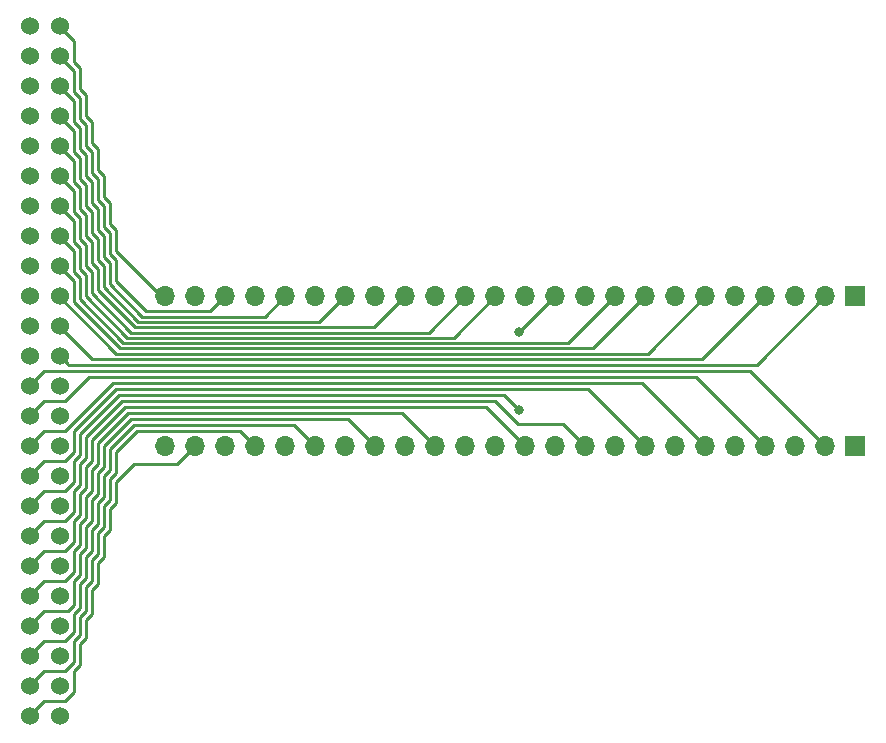
<source format=gbr>
%TF.GenerationSoftware,KiCad,Pcbnew,(6.0.6)*%
%TF.CreationDate,2022-09-05T21:43:04-07:00*%
%TF.ProjectId,core-bb,636f7265-2d62-4622-9e6b-696361645f70,rev?*%
%TF.SameCoordinates,Original*%
%TF.FileFunction,Copper,L2,Bot*%
%TF.FilePolarity,Positive*%
%FSLAX46Y46*%
G04 Gerber Fmt 4.6, Leading zero omitted, Abs format (unit mm)*
G04 Created by KiCad (PCBNEW (6.0.6)) date 2022-09-05 21:43:04*
%MOMM*%
%LPD*%
G01*
G04 APERTURE LIST*
%TA.AperFunction,ComponentPad*%
%ADD10C,1.524000*%
%TD*%
%TA.AperFunction,ComponentPad*%
%ADD11R,1.700000X1.700000*%
%TD*%
%TA.AperFunction,ComponentPad*%
%ADD12O,1.700000X1.700000*%
%TD*%
%TA.AperFunction,ViaPad*%
%ADD13C,0.800000*%
%TD*%
%TA.AperFunction,Conductor*%
%ADD14C,0.250000*%
%TD*%
G04 APERTURE END LIST*
D10*
%TO.P,U1,1,KEY_COL2*%
%TO.N,/KEY_COL2*%
X172720000Y-130810000D03*
%TO.P,U1,2,KEY_COL4*%
%TO.N,/KEY_COL4*%
X172720000Y-128270000D03*
%TO.P,U1,3,KEY_ROW5*%
%TO.N,/KEY_ROW5*%
X172720000Y-125730000D03*
%TO.P,U1,4,KEY_ROW3*%
%TO.N,/KEY_ROW3*%
X172720000Y-123190000D03*
%TO.P,U1,5,KEY_ROW1*%
%TO.N,/KEY_ROW1*%
X172720000Y-120650000D03*
%TO.P,U1,6,LED_SW_RED1*%
%TO.N,/LED_SW_RED1*%
X172720000Y-118110000D03*
%TO.P,U1,7,LED_SW_GREEN2*%
%TO.N,/LED_SW_GREEN2*%
X172720000Y-115570000D03*
%TO.P,U1,8,LED_SW_BLUE2*%
%TO.N,/LED_SW_BLUE2*%
X172720000Y-113030000D03*
%TO.P,U1,9,LED_CS1*%
%TO.N,/LED_CS1*%
X172720000Y-110490000D03*
%TO.P,U1,10,LED_CS3*%
%TO.N,/LED_CS3*%
X172720000Y-107950000D03*
%TO.P,U1,11,LED_CS5*%
%TO.N,/LED_CS5*%
X172720000Y-105410000D03*
%TO.P,U1,12,LED_CS7*%
%TO.N,/LED_CS7*%
X172720000Y-102870000D03*
%TO.P,U1,13,LED_CS9*%
%TO.N,/LED_CS9*%
X172720000Y-100330000D03*
%TO.P,U1,14,LED_CS11*%
%TO.N,/LED_CS11*%
X172720000Y-97790000D03*
%TO.P,U1,15,LED_CS13*%
%TO.N,/LED_CS13*%
X172720000Y-95250000D03*
%TO.P,U1,16,LED_CS15*%
%TO.N,/LED_CS15*%
X172720000Y-92710000D03*
%TO.P,U1,17,LED_SW_BLUE3*%
%TO.N,/LED_SW_BLUE3*%
X172720000Y-90170000D03*
%TO.P,U1,18,LED_SW_GREEN3*%
%TO.N,/LED_SW_GREEN3*%
X172720000Y-87630000D03*
%TO.P,U1,19,LED_SW_RED4*%
%TO.N,/LED_SW_RED4*%
X172720000Y-85090000D03*
%TO.P,U1,20,KEY_ROW6*%
%TO.N,/KEY_ROW6*%
X172720000Y-82550000D03*
%TO.P,U1,21,KEY_ROW8*%
%TO.N,/KEY_ROW8*%
X172720000Y-80010000D03*
%TO.P,U1,22,KEY_ROW10*%
%TO.N,/KEY_ROW10*%
X172720000Y-77470000D03*
%TO.P,U1,23,KEY_COL7*%
%TO.N,/KEY_COL7*%
X172720000Y-74930000D03*
%TO.P,U1,24,KEY_COL9*%
%TO.N,/KEY_COL9*%
X172720000Y-72390000D03*
%TO.P,U1,25,KEY_COL10*%
%TO.N,/KEY_COL10*%
X175260000Y-72390000D03*
%TO.P,U1,26,KEY_COL8*%
%TO.N,/KEY_COL8*%
X175260000Y-74930000D03*
%TO.P,U1,27,KEY_COL6*%
%TO.N,/KEY_COL6*%
X175260000Y-77470000D03*
%TO.P,U1,28,KEY_ROW9*%
%TO.N,/KEY_ROW9*%
X175260000Y-80010000D03*
%TO.P,U1,29,KEY_ROW7*%
%TO.N,/KEY_ROW7*%
X175260000Y-82550000D03*
%TO.P,U1,30,LED_SW_BLUE4*%
%TO.N,/LED_SW_BLUE4*%
X175260000Y-85090000D03*
%TO.P,U1,31,LED_SW_GREEN4*%
%TO.N,/LED_SW_GREEN4*%
X175260000Y-87630000D03*
%TO.P,U1,32,LED_SW_RED3*%
%TO.N,/LED_SW_RED3*%
X175260000Y-90170000D03*
%TO.P,U1,33,LED_CS16*%
%TO.N,/LED_CS16*%
X175260000Y-92710000D03*
%TO.P,U1,34,LED_CS14*%
%TO.N,/LED_CS14*%
X175260000Y-95250000D03*
%TO.P,U1,35,LED_CS12*%
%TO.N,/LED_CS12*%
X175260000Y-97790000D03*
%TO.P,U1,36,LED_CS10*%
%TO.N,/LED_CS10*%
X175260000Y-100330000D03*
%TO.P,U1,37,LED_CS8*%
%TO.N,/LED_CS8*%
X175260000Y-102870000D03*
%TO.P,U1,38,LED_CS6*%
%TO.N,/LED_CS6*%
X175260000Y-105410000D03*
%TO.P,U1,39,LED_CS4*%
%TO.N,/LED_CS4*%
X175260000Y-107950000D03*
%TO.P,U1,40,LED_CS2*%
%TO.N,/LED_CS2*%
X175260000Y-110490000D03*
%TO.P,U1,41,LED_SW_RED2*%
%TO.N,/LED_SW_RED2*%
X175260000Y-113030000D03*
%TO.P,U1,42,LED_SW_GREEN1*%
%TO.N,/LED_SW_GREEN1*%
X175260000Y-115570000D03*
%TO.P,U1,43,LED_SW_BLUE1*%
%TO.N,/LED_SW_BLUE1*%
X175260000Y-118110000D03*
%TO.P,U1,44,KEY_ROW2*%
%TO.N,/KEY_ROW2*%
X175260000Y-120650000D03*
%TO.P,U1,45,KEY_ROW4*%
%TO.N,/KEY_ROW4*%
X175260000Y-123190000D03*
%TO.P,U1,46,KEY_COL5*%
%TO.N,/KEY_COL5*%
X175260000Y-125730000D03*
%TO.P,U1,47,KEY_COL3*%
%TO.N,/KEY_COL3*%
X175260000Y-128270000D03*
%TO.P,U1,48,KEY_COL1*%
%TO.N,/KEY_COL1*%
X175260000Y-130810000D03*
%TD*%
D11*
%TO.P,J2,1,Pin_1*%
%TO.N,/LED_CS8*%
X242570000Y-107950000D03*
D12*
%TO.P,J2,2,Pin_2*%
%TO.N,/LED_CS7*%
X240030000Y-107950000D03*
%TO.P,J2,3,Pin_3*%
%TO.N,/LED_CS6*%
X237490000Y-107950000D03*
%TO.P,J2,4,Pin_4*%
%TO.N,/LED_CS5*%
X234950000Y-107950000D03*
%TO.P,J2,5,Pin_5*%
%TO.N,/LED_CS4*%
X232410000Y-107950000D03*
%TO.P,J2,6,Pin_6*%
%TO.N,/LED_CS3*%
X229870000Y-107950000D03*
%TO.P,J2,7,Pin_7*%
%TO.N,/LED_CS2*%
X227330000Y-107950000D03*
%TO.P,J2,8,Pin_8*%
%TO.N,/LED_CS1*%
X224790000Y-107950000D03*
%TO.P,J2,9,Pin_9*%
%TO.N,/LED_SW_RED2*%
X222250000Y-107950000D03*
%TO.P,J2,10,Pin_10*%
%TO.N,/LED_SW_GREEN2*%
X219710000Y-107950000D03*
%TO.P,J2,11,Pin_11*%
%TO.N,/LED_SW_BLUE2*%
X217170000Y-107950000D03*
%TO.P,J2,12,Pin_12*%
%TO.N,/LED_SW_RED1*%
X214630000Y-107950000D03*
%TO.P,J2,13,Pin_13*%
%TO.N,/LED_SW_GREEN1*%
X212090000Y-107950000D03*
%TO.P,J2,14,Pin_14*%
%TO.N,/LED_SW_BLUE1*%
X209550000Y-107950000D03*
%TO.P,J2,15,Pin_15*%
%TO.N,/KEY_ROW1*%
X207010000Y-107950000D03*
%TO.P,J2,16,Pin_16*%
%TO.N,/KEY_ROW2*%
X204470000Y-107950000D03*
%TO.P,J2,17,Pin_17*%
%TO.N,/KEY_ROW3*%
X201930000Y-107950000D03*
%TO.P,J2,18,Pin_18*%
%TO.N,/KEY_ROW4*%
X199390000Y-107950000D03*
%TO.P,J2,19,Pin_19*%
%TO.N,/KEY_ROW5*%
X196850000Y-107950000D03*
%TO.P,J2,20,Pin_20*%
%TO.N,/KEY_COL5*%
X194310000Y-107950000D03*
%TO.P,J2,21,Pin_21*%
%TO.N,/KEY_COL4*%
X191770000Y-107950000D03*
%TO.P,J2,22,Pin_22*%
%TO.N,/KEY_COL3*%
X189230000Y-107950000D03*
%TO.P,J2,23,Pin_23*%
%TO.N,/KEY_COL2*%
X186690000Y-107950000D03*
%TO.P,J2,24,Pin_24*%
%TO.N,/KEY_COL1*%
X184150000Y-107950000D03*
%TD*%
%TO.P,J1,24,Pin_24*%
%TO.N,/KEY_COL10*%
X184150000Y-95250000D03*
%TO.P,J1,23,Pin_23*%
%TO.N,/KEY_COL9*%
X186690000Y-95250000D03*
%TO.P,J1,22,Pin_22*%
%TO.N,/KEY_COL8*%
X189230000Y-95250000D03*
%TO.P,J1,21,Pin_21*%
%TO.N,/KEY_COL7*%
X191770000Y-95250000D03*
%TO.P,J1,20,Pin_20*%
%TO.N,/KEY_COL6*%
X194310000Y-95250000D03*
%TO.P,J1,19,Pin_19*%
%TO.N,/KEY_ROW10*%
X196850000Y-95250000D03*
%TO.P,J1,18,Pin_18*%
%TO.N,/KEY_ROW9*%
X199390000Y-95250000D03*
%TO.P,J1,17,Pin_17*%
%TO.N,/KEY_ROW8*%
X201930000Y-95250000D03*
%TO.P,J1,16,Pin_16*%
%TO.N,/KEY_ROW7*%
X204470000Y-95250000D03*
%TO.P,J1,15,Pin_15*%
%TO.N,/KEY_ROW6*%
X207010000Y-95250000D03*
%TO.P,J1,14,Pin_14*%
%TO.N,/LED_SW_BLUE4*%
X209550000Y-95250000D03*
%TO.P,J1,13,Pin_13*%
%TO.N,/LED_SW_GREEN4*%
X212090000Y-95250000D03*
%TO.P,J1,12,Pin_12*%
%TO.N,/LED_SW_RED4*%
X214630000Y-95250000D03*
%TO.P,J1,11,Pin_11*%
%TO.N,/LED_SW_BLUE3*%
X217170000Y-95250000D03*
%TO.P,J1,10,Pin_10*%
%TO.N,/LED_SW_GREEN3*%
X219710000Y-95250000D03*
%TO.P,J1,9,Pin_9*%
%TO.N,/LED_SW_RED3*%
X222250000Y-95250000D03*
%TO.P,J1,8,Pin_8*%
%TO.N,/LED_CS16*%
X224790000Y-95250000D03*
%TO.P,J1,7,Pin_7*%
%TO.N,/LED_CS15*%
X227330000Y-95250000D03*
%TO.P,J1,6,Pin_6*%
%TO.N,/LED_CS14*%
X229870000Y-95250000D03*
%TO.P,J1,5,Pin_5*%
%TO.N,/LED_CS13*%
X232410000Y-95250000D03*
%TO.P,J1,4,Pin_4*%
%TO.N,/LED_CS12*%
X234950000Y-95250000D03*
%TO.P,J1,3,Pin_3*%
%TO.N,/LED_CS11*%
X237490000Y-95250000D03*
%TO.P,J1,2,Pin_2*%
%TO.N,/LED_CS10*%
X240030000Y-95250000D03*
D11*
%TO.P,J1,1,Pin_1*%
%TO.N,/LED_CS9*%
X242570000Y-95250000D03*
%TD*%
D13*
%TO.N,/LED_SW_BLUE3*%
X214122000Y-98298000D03*
%TO.N,/LED_SW_BLUE2*%
X214122000Y-104902000D03*
%TD*%
D14*
%TO.N,/LED_SW_GREEN2*%
X172593000Y-115570000D02*
X173863000Y-114300000D01*
X177419000Y-107188000D02*
X180467000Y-104140000D01*
X173863000Y-114300000D02*
X175641000Y-114300000D01*
X180467000Y-104140000D02*
X212090000Y-104140000D01*
X217805000Y-106045000D02*
X219710000Y-107950000D01*
X175641000Y-114300000D02*
X176403000Y-113538000D01*
X176403000Y-113538000D02*
X176403000Y-111760000D01*
X213995000Y-106045000D02*
X217805000Y-106045000D01*
X176403000Y-111760000D02*
X176911000Y-111252000D01*
X176911000Y-111252000D02*
X176911000Y-109474000D01*
X177419000Y-108966000D02*
X177419000Y-107188000D01*
X176911000Y-109474000D02*
X177419000Y-108966000D01*
X212090000Y-104140000D02*
X213995000Y-106045000D01*
%TO.N,/LED_SW_BLUE2*%
X172593000Y-113030000D02*
X173863000Y-111760000D01*
X180213000Y-103632000D02*
X212852000Y-103632000D01*
X212852000Y-103632000D02*
X214122000Y-104902000D01*
X173863000Y-111760000D02*
X175641000Y-111760000D01*
X175641000Y-111760000D02*
X176403000Y-110998000D01*
X176403000Y-110998000D02*
X176403000Y-109220000D01*
X176911000Y-106934000D02*
X180213000Y-103632000D01*
X176403000Y-109220000D02*
X176911000Y-108712000D01*
X176911000Y-108712000D02*
X176911000Y-106934000D01*
%TO.N,/LED_SW_BLUE3*%
X217170000Y-95250000D02*
X214122000Y-98298000D01*
%TO.N,/LED_CS7*%
X172593000Y-102870000D02*
X173863000Y-101600000D01*
X173863000Y-101600000D02*
X233680000Y-101600000D01*
X233680000Y-101600000D02*
X240030000Y-107950000D01*
%TO.N,/LED_CS5*%
X177673000Y-102108000D02*
X229108000Y-102108000D01*
X229108000Y-102108000D02*
X234950000Y-107950000D01*
%TO.N,/LED_CS3*%
X179705000Y-102616000D02*
X224536000Y-102616000D01*
X224536000Y-102616000D02*
X229870000Y-107950000D01*
%TO.N,/LED_CS1*%
X179959000Y-103124000D02*
X219964000Y-103124000D01*
X219964000Y-103124000D02*
X224790000Y-107950000D01*
%TO.N,/LED_SW_RED1*%
X180721000Y-104648000D02*
X211328000Y-104648000D01*
X211328000Y-104648000D02*
X214630000Y-107950000D01*
%TO.N,/KEY_ROW1*%
X180975000Y-105156000D02*
X204216000Y-105156000D01*
X204216000Y-105156000D02*
X207010000Y-107950000D01*
%TO.N,/KEY_ROW3*%
X181229000Y-105664000D02*
X199644000Y-105664000D01*
X199644000Y-105664000D02*
X201930000Y-107950000D01*
%TO.N,/KEY_ROW5*%
X181483000Y-106172000D02*
X195072000Y-106172000D01*
X195072000Y-106172000D02*
X196850000Y-107950000D01*
%TO.N,/KEY_COL4*%
X181737000Y-106680000D02*
X190500000Y-106680000D01*
X190500000Y-106680000D02*
X191770000Y-107950000D01*
%TO.N,/KEY_COL2*%
X177927000Y-122174000D02*
X177419000Y-122682000D01*
X178435000Y-117856000D02*
X178435000Y-119634000D01*
X178943000Y-117348000D02*
X178435000Y-117856000D01*
X179451000Y-115062000D02*
X178943000Y-115570000D01*
X177927000Y-120142000D02*
X177927000Y-122174000D01*
X179959000Y-112776000D02*
X179451000Y-113284000D01*
X175641000Y-129540000D02*
X173863000Y-129540000D01*
X178435000Y-119634000D02*
X177927000Y-120142000D01*
X179451000Y-113284000D02*
X179451000Y-115062000D01*
X177419000Y-122682000D02*
X177419000Y-124206000D01*
X176911000Y-124714000D02*
X176911000Y-126492000D01*
X179959000Y-110998000D02*
X179959000Y-112776000D01*
X181483000Y-109474000D02*
X179959000Y-110998000D01*
X178943000Y-115570000D02*
X178943000Y-117348000D01*
X185166000Y-109474000D02*
X181483000Y-109474000D01*
X186690000Y-107950000D02*
X185166000Y-109474000D01*
X177419000Y-124206000D02*
X176911000Y-124714000D01*
X176911000Y-126492000D02*
X176403000Y-127000000D01*
X176403000Y-127000000D02*
X176403000Y-128778000D01*
X176403000Y-128778000D02*
X175641000Y-129540000D01*
X173863000Y-129540000D02*
X172593000Y-130810000D01*
%TO.N,/LED_CS10*%
X175953000Y-101034000D02*
X175953000Y-101023000D01*
X175953000Y-101023000D02*
X175260000Y-100330000D01*
X175953000Y-101034000D02*
X234246000Y-101034000D01*
X234246000Y-101034000D02*
X240030000Y-95250000D01*
%TO.N,/LED_CS12*%
X175133000Y-97790000D02*
X177927000Y-100584000D01*
X177927000Y-100584000D02*
X229616000Y-100584000D01*
X229616000Y-100584000D02*
X234950000Y-95250000D01*
%TO.N,/LED_CS14*%
X175133000Y-95250000D02*
X180003000Y-100120000D01*
X180003000Y-100120000D02*
X225000000Y-100120000D01*
X225000000Y-100120000D02*
X229870000Y-95250000D01*
%TO.N,/LED_CS16*%
X175133000Y-92710000D02*
X176403000Y-93980000D01*
X176403000Y-93980000D02*
X176403000Y-95758000D01*
X176403000Y-95758000D02*
X180315000Y-99670000D01*
X180315000Y-99670000D02*
X220370000Y-99670000D01*
X220370000Y-99670000D02*
X224790000Y-95250000D01*
%TO.N,/LED_SW_RED3*%
X175133000Y-90170000D02*
X176403000Y-91440000D01*
X176403000Y-91440000D02*
X176403000Y-93218000D01*
X176403000Y-93218000D02*
X176911000Y-93726000D01*
X176911000Y-93726000D02*
X176911000Y-95504000D01*
X176911000Y-95504000D02*
X180627000Y-99220000D01*
X218280000Y-99220000D02*
X222250000Y-95250000D01*
X180627000Y-99220000D02*
X218280000Y-99220000D01*
%TO.N,/LED_SW_GREEN4*%
X175133000Y-87630000D02*
X176403000Y-88900000D01*
X176911000Y-92964000D02*
X177419000Y-93472000D01*
X176403000Y-88900000D02*
X176403000Y-90678000D01*
X180939000Y-98770000D02*
X208570000Y-98770000D01*
X176403000Y-90678000D02*
X176911000Y-91186000D01*
X177419000Y-93472000D02*
X177419000Y-95250000D01*
X176911000Y-91186000D02*
X176911000Y-92964000D01*
X177419000Y-95250000D02*
X180939000Y-98770000D01*
X208570000Y-98770000D02*
X212090000Y-95250000D01*
%TO.N,/LED_SW_BLUE4*%
X175133000Y-85090000D02*
X176403000Y-86360000D01*
X176403000Y-86360000D02*
X176403000Y-88138000D01*
X176403000Y-88138000D02*
X176911000Y-88646000D01*
X176911000Y-88646000D02*
X176911000Y-90424000D01*
X176911000Y-90424000D02*
X177419000Y-90932000D01*
X177419000Y-90932000D02*
X177419000Y-92710000D01*
X177927000Y-93218000D02*
X177927000Y-94996000D01*
X177419000Y-92710000D02*
X177927000Y-93218000D01*
X177927000Y-94996000D02*
X181251000Y-98320000D01*
X181251000Y-98320000D02*
X206480000Y-98320000D01*
X206480000Y-98320000D02*
X209550000Y-95250000D01*
%TO.N,/KEY_ROW7*%
X175133000Y-82550000D02*
X176403000Y-83820000D01*
X176403000Y-83820000D02*
X176403000Y-85598000D01*
X177927000Y-92456000D02*
X178435000Y-92964000D01*
X176403000Y-85598000D02*
X176911000Y-86106000D01*
X178435000Y-94742000D02*
X181563000Y-97870000D01*
X176911000Y-86106000D02*
X176911000Y-87884000D01*
X176911000Y-87884000D02*
X177419000Y-88392000D01*
X201850000Y-97870000D02*
X204470000Y-95250000D01*
X177419000Y-88392000D02*
X177419000Y-90170000D01*
X177419000Y-90170000D02*
X177927000Y-90678000D01*
X177927000Y-90678000D02*
X177927000Y-92456000D01*
X178435000Y-92964000D02*
X178435000Y-94742000D01*
X181563000Y-97870000D02*
X201850000Y-97870000D01*
%TO.N,/KEY_ROW9*%
X178435000Y-92202000D02*
X178943000Y-92710000D01*
X178435000Y-90424000D02*
X178435000Y-92202000D01*
X176403000Y-81280000D02*
X176403000Y-83058000D01*
X177927000Y-88138000D02*
X177927000Y-89916000D01*
X178943000Y-92710000D02*
X178943000Y-94488000D01*
X177419000Y-87630000D02*
X177927000Y-88138000D01*
X177419000Y-85852000D02*
X177419000Y-87630000D01*
X176911000Y-85344000D02*
X177419000Y-85852000D01*
X176911000Y-83566000D02*
X176911000Y-85344000D01*
X197220000Y-97420000D02*
X199390000Y-95250000D01*
X176403000Y-83058000D02*
X176911000Y-83566000D01*
X177927000Y-89916000D02*
X178435000Y-90424000D01*
X178943000Y-94488000D02*
X181875000Y-97420000D01*
X175133000Y-80010000D02*
X176403000Y-81280000D01*
X181875000Y-97420000D02*
X197220000Y-97420000D01*
%TO.N,/KEY_COL6*%
X178435000Y-87884000D02*
X178435000Y-89662000D01*
X192590000Y-96970000D02*
X194310000Y-95250000D01*
X178943000Y-91948000D02*
X179451000Y-92456000D01*
X177419000Y-83312000D02*
X177419000Y-85090000D01*
X175133000Y-77470000D02*
X176403000Y-78740000D01*
X177927000Y-87376000D02*
X178435000Y-87884000D01*
X177927000Y-85598000D02*
X177927000Y-87376000D01*
X177419000Y-85090000D02*
X177927000Y-85598000D01*
X176911000Y-81026000D02*
X176911000Y-82804000D01*
X176403000Y-78740000D02*
X176403000Y-80518000D01*
X178943000Y-90170000D02*
X178943000Y-91948000D01*
X179451000Y-94234000D02*
X182187000Y-96970000D01*
X176403000Y-80518000D02*
X176911000Y-81026000D01*
X176911000Y-82804000D02*
X177419000Y-83312000D01*
X178435000Y-89662000D02*
X178943000Y-90170000D01*
X179451000Y-92456000D02*
X179451000Y-94234000D01*
X182187000Y-96970000D02*
X192590000Y-96970000D01*
%TO.N,/KEY_COL8*%
X178435000Y-85344000D02*
X178435000Y-87122000D01*
X178943000Y-87630000D02*
X178943000Y-89408000D01*
X177927000Y-84836000D02*
X178435000Y-85344000D01*
X182499000Y-96520000D02*
X187960000Y-96520000D01*
X177927000Y-83058000D02*
X177927000Y-84836000D01*
X177419000Y-82550000D02*
X177927000Y-83058000D01*
X178943000Y-89408000D02*
X179451000Y-89916000D01*
X177419000Y-80772000D02*
X177419000Y-82550000D01*
X187960000Y-96520000D02*
X189230000Y-95250000D01*
X178435000Y-87122000D02*
X178943000Y-87630000D01*
X176911000Y-80264000D02*
X177419000Y-80772000D01*
X176403000Y-77978000D02*
X176911000Y-78486000D01*
X176403000Y-76200000D02*
X176403000Y-77978000D01*
X176911000Y-78486000D02*
X176911000Y-80264000D01*
X175133000Y-74930000D02*
X176403000Y-76200000D01*
X179451000Y-89916000D02*
X179451000Y-91694000D01*
X179451000Y-91694000D02*
X179959000Y-92202000D01*
X179959000Y-92202000D02*
X179959000Y-93980000D01*
X179959000Y-93980000D02*
X182499000Y-96520000D01*
%TO.N,/KEY_COL10*%
X178943000Y-85090000D02*
X178943000Y-86868000D01*
X178435000Y-82804000D02*
X178435000Y-84582000D01*
X177927000Y-82296000D02*
X178435000Y-82804000D01*
X178943000Y-86868000D02*
X179451000Y-87376000D01*
X178435000Y-84582000D02*
X178943000Y-85090000D01*
X176403000Y-73660000D02*
X176403000Y-75438000D01*
X177927000Y-80518000D02*
X177927000Y-82296000D01*
X175133000Y-72390000D02*
X176403000Y-73660000D01*
X176911000Y-77724000D02*
X177419000Y-78232000D01*
X177419000Y-78232000D02*
X177419000Y-80010000D01*
X179959000Y-91440000D02*
X183769000Y-95250000D01*
X177419000Y-80010000D02*
X177927000Y-80518000D01*
X179451000Y-89154000D02*
X179959000Y-89662000D01*
X176911000Y-75946000D02*
X176911000Y-77724000D01*
X179959000Y-89662000D02*
X179959000Y-91440000D01*
X176403000Y-75438000D02*
X176911000Y-75946000D01*
X179451000Y-87376000D02*
X179451000Y-89154000D01*
X183769000Y-95250000D02*
X184150000Y-95250000D01*
%TO.N,/KEY_COL4*%
X177419000Y-121920000D02*
X177419000Y-119888000D01*
%TO.N,/LED_SW_RED1*%
X172593000Y-118110000D02*
X173863000Y-116840000D01*
%TO.N,/LED_CS1*%
X176403000Y-106680000D02*
X179959000Y-103124000D01*
%TO.N,/LED_CS5*%
X173863000Y-104140000D02*
X175641000Y-104140000D01*
%TO.N,/KEY_COL4*%
X172593000Y-128270000D02*
X173863000Y-127000000D01*
%TO.N,/KEY_ROW5*%
X179451000Y-109982000D02*
X179451000Y-108204000D01*
X176403000Y-122174000D02*
X176911000Y-121666000D01*
%TO.N,/LED_CS1*%
X172593000Y-110490000D02*
X173863000Y-109220000D01*
%TO.N,/LED_CS5*%
X175641000Y-104140000D02*
X177673000Y-102108000D01*
%TO.N,/KEY_COL4*%
X178943000Y-113030000D02*
X179451000Y-112522000D01*
%TO.N,/KEY_ROW3*%
X178943000Y-109728000D02*
X178943000Y-107950000D01*
%TO.N,/KEY_COL4*%
X179451000Y-112522000D02*
X179451000Y-110744000D01*
%TO.N,/LED_CS3*%
X173863000Y-106680000D02*
X175641000Y-106680000D01*
%TO.N,/KEY_ROW3*%
X177927000Y-112522000D02*
X178435000Y-112014000D01*
%TO.N,/KEY_COL4*%
X176911000Y-123952000D02*
X176911000Y-122428000D01*
%TO.N,/KEY_ROW5*%
X178435000Y-112776000D02*
X178943000Y-112268000D01*
%TO.N,/KEY_COL4*%
X176911000Y-122428000D02*
X177419000Y-121920000D01*
%TO.N,/KEY_ROW5*%
X178435000Y-114554000D02*
X178435000Y-112776000D01*
X178943000Y-110490000D02*
X179451000Y-109982000D01*
%TO.N,/KEY_COL4*%
X176403000Y-124460000D02*
X176911000Y-123952000D01*
%TO.N,/KEY_ROW3*%
X178435000Y-110236000D02*
X178943000Y-109728000D01*
%TO.N,/KEY_ROW5*%
X179451000Y-108204000D02*
X181483000Y-106172000D01*
%TO.N,/KEY_COL4*%
X179959000Y-110236000D02*
X179959000Y-108458000D01*
%TO.N,/KEY_ROW5*%
X176911000Y-121666000D02*
X176911000Y-119634000D01*
%TO.N,/KEY_ROW1*%
X176403000Y-118618000D02*
X176403000Y-116840000D01*
%TO.N,/KEY_ROW3*%
X177927000Y-114300000D02*
X177927000Y-112522000D01*
%TO.N,/LED_CS1*%
X173863000Y-109220000D02*
X175641000Y-109220000D01*
%TO.N,/KEY_ROW3*%
X176403000Y-121412000D02*
X176403000Y-119380000D01*
%TO.N,/KEY_ROW5*%
X177419000Y-119126000D02*
X177419000Y-117348000D01*
%TO.N,/KEY_ROW1*%
X177419000Y-114046000D02*
X177419000Y-112268000D01*
%TO.N,/KEY_ROW3*%
X178943000Y-107950000D02*
X181229000Y-105664000D01*
%TO.N,/KEY_ROW1*%
X175641000Y-119380000D02*
X176403000Y-118618000D01*
%TO.N,/KEY_ROW5*%
X172593000Y-125730000D02*
X173863000Y-124460000D01*
%TO.N,/LED_CS5*%
X172593000Y-105410000D02*
X173863000Y-104140000D01*
%TO.N,/KEY_COL4*%
X179451000Y-110744000D02*
X179959000Y-110236000D01*
X177927000Y-119380000D02*
X177927000Y-117602000D01*
%TO.N,/KEY_ROW5*%
X175641000Y-124460000D02*
X176403000Y-123698000D01*
%TO.N,/KEY_ROW1*%
X176403000Y-116840000D02*
X176911000Y-116332000D01*
%TO.N,/KEY_ROW5*%
X176911000Y-119634000D02*
X177419000Y-119126000D01*
X177419000Y-117348000D02*
X177927000Y-116840000D01*
%TO.N,/LED_SW_RED1*%
X176403000Y-116078000D02*
X176403000Y-114300000D01*
X177419000Y-111506000D02*
X177419000Y-109728000D01*
%TO.N,/KEY_ROW3*%
X176911000Y-117094000D02*
X177419000Y-116586000D01*
%TO.N,/LED_CS1*%
X176403000Y-108458000D02*
X176403000Y-106680000D01*
%TO.N,/KEY_ROW3*%
X175895000Y-121920000D02*
X176403000Y-121412000D01*
%TO.N,/LED_CS3*%
X175641000Y-106680000D02*
X179705000Y-102616000D01*
%TO.N,/KEY_ROW5*%
X176403000Y-123698000D02*
X176403000Y-122174000D01*
%TO.N,/KEY_ROW3*%
X173863000Y-121920000D02*
X175895000Y-121920000D01*
%TO.N,/KEY_ROW1*%
X177927000Y-109982000D02*
X178435000Y-109474000D01*
%TO.N,/LED_SW_RED1*%
X177927000Y-107442000D02*
X180721000Y-104648000D01*
%TO.N,/KEY_ROW1*%
X178435000Y-109474000D02*
X178435000Y-107696000D01*
X176911000Y-114554000D02*
X177419000Y-114046000D01*
%TO.N,/KEY_COL4*%
X179959000Y-108458000D02*
X181737000Y-106680000D01*
%TO.N,/KEY_ROW3*%
X177419000Y-114808000D02*
X177927000Y-114300000D01*
%TO.N,/KEY_COL4*%
X173863000Y-127000000D02*
X175641000Y-127000000D01*
%TO.N,/KEY_ROW3*%
X176403000Y-119380000D02*
X176911000Y-118872000D01*
%TO.N,/KEY_ROW1*%
X172593000Y-120650000D02*
X173863000Y-119380000D01*
%TO.N,/KEY_COL4*%
X176403000Y-126238000D02*
X176403000Y-124460000D01*
X177419000Y-119888000D02*
X177927000Y-119380000D01*
%TO.N,/LED_SW_RED1*%
X173863000Y-116840000D02*
X175641000Y-116840000D01*
%TO.N,/KEY_ROW1*%
X178435000Y-107696000D02*
X180975000Y-105156000D01*
%TO.N,/KEY_ROW5*%
X177927000Y-116840000D02*
X177927000Y-115062000D01*
%TO.N,/LED_SW_RED1*%
X176403000Y-114300000D02*
X176911000Y-113792000D01*
%TO.N,/KEY_ROW5*%
X173863000Y-124460000D02*
X175641000Y-124460000D01*
%TO.N,/KEY_ROW1*%
X177927000Y-111760000D02*
X177927000Y-109982000D01*
%TO.N,/KEY_ROW3*%
X177419000Y-116586000D02*
X177419000Y-114808000D01*
%TO.N,/LED_SW_RED1*%
X176911000Y-113792000D02*
X176911000Y-112014000D01*
%TO.N,/KEY_ROW5*%
X178943000Y-112268000D02*
X178943000Y-110490000D01*
%TO.N,/KEY_ROW1*%
X173863000Y-119380000D02*
X175641000Y-119380000D01*
%TO.N,/KEY_ROW3*%
X176911000Y-118872000D02*
X176911000Y-117094000D01*
%TO.N,/KEY_ROW5*%
X177927000Y-115062000D02*
X178435000Y-114554000D01*
%TO.N,/KEY_ROW1*%
X177419000Y-112268000D02*
X177927000Y-111760000D01*
%TO.N,/KEY_COL4*%
X178435000Y-115316000D02*
X178943000Y-114808000D01*
X175641000Y-127000000D02*
X176403000Y-126238000D01*
%TO.N,/KEY_ROW1*%
X176911000Y-116332000D02*
X176911000Y-114554000D01*
%TO.N,/KEY_ROW3*%
X178435000Y-112014000D02*
X178435000Y-110236000D01*
%TO.N,/KEY_COL4*%
X178943000Y-114808000D02*
X178943000Y-113030000D01*
%TO.N,/LED_SW_RED1*%
X176911000Y-112014000D02*
X177419000Y-111506000D01*
X177927000Y-109220000D02*
X177927000Y-107442000D01*
%TO.N,/LED_CS3*%
X172593000Y-107950000D02*
X173863000Y-106680000D01*
%TO.N,/LED_CS1*%
X175641000Y-109220000D02*
X176403000Y-108458000D01*
%TO.N,/KEY_ROW3*%
X172593000Y-123190000D02*
X173863000Y-121920000D01*
%TO.N,/LED_SW_RED1*%
X177419000Y-109728000D02*
X177927000Y-109220000D01*
X175641000Y-116840000D02*
X176403000Y-116078000D01*
%TO.N,/KEY_COL4*%
X178435000Y-117094000D02*
X178435000Y-115316000D01*
X177927000Y-117602000D02*
X178435000Y-117094000D01*
%TD*%
M02*

</source>
